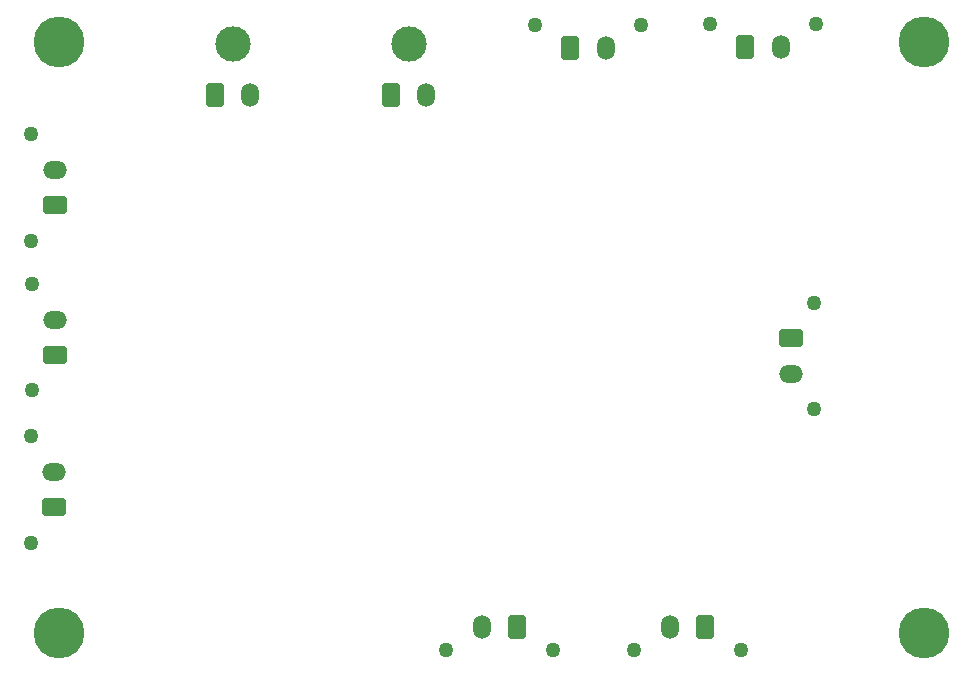
<source format=gbr>
%TF.GenerationSoftware,KiCad,Pcbnew,9.0.2*%
%TF.CreationDate,2025-06-10T12:21:51+08:00*%
%TF.ProjectId,BDU_TS,4244555f-5453-42e6-9b69-6361645f7063,rev?*%
%TF.SameCoordinates,Original*%
%TF.FileFunction,Soldermask,Bot*%
%TF.FilePolarity,Negative*%
%FSLAX46Y46*%
G04 Gerber Fmt 4.6, Leading zero omitted, Abs format (unit mm)*
G04 Created by KiCad (PCBNEW 9.0.2) date 2025-06-10 12:21:51*
%MOMM*%
%LPD*%
G01*
G04 APERTURE LIST*
G04 Aperture macros list*
%AMRoundRect*
0 Rectangle with rounded corners*
0 $1 Rounding radius*
0 $2 $3 $4 $5 $6 $7 $8 $9 X,Y pos of 4 corners*
0 Add a 4 corners polygon primitive as box body*
4,1,4,$2,$3,$4,$5,$6,$7,$8,$9,$2,$3,0*
0 Add four circle primitives for the rounded corners*
1,1,$1+$1,$2,$3*
1,1,$1+$1,$4,$5*
1,1,$1+$1,$6,$7*
1,1,$1+$1,$8,$9*
0 Add four rect primitives between the rounded corners*
20,1,$1+$1,$2,$3,$4,$5,0*
20,1,$1+$1,$4,$5,$6,$7,0*
20,1,$1+$1,$6,$7,$8,$9,0*
20,1,$1+$1,$8,$9,$2,$3,0*%
G04 Aperture macros list end*
%ADD10C,1.270000*%
%ADD11RoundRect,0.250001X0.759999X-0.499999X0.759999X0.499999X-0.759999X0.499999X-0.759999X-0.499999X0*%
%ADD12O,2.020000X1.500000*%
%ADD13C,3.000000*%
%ADD14RoundRect,0.250001X-0.499999X-0.759999X0.499999X-0.759999X0.499999X0.759999X-0.499999X0.759999X0*%
%ADD15O,1.500000X2.020000*%
%ADD16C,4.300000*%
%ADD17RoundRect,0.250001X0.499999X0.759999X-0.499999X0.759999X-0.499999X-0.759999X0.499999X-0.759999X0*%
%ADD18RoundRect,0.250001X-0.759999X0.499999X-0.759999X-0.499999X0.759999X-0.499999X0.759999X0.499999X0*%
G04 APERTURE END LIST*
D10*
%TO.C,J13*%
X82600000Y-117400000D03*
X82600000Y-108400000D03*
D11*
X84560000Y-114400000D03*
D12*
X84560000Y-111400000D03*
%TD*%
D13*
%TO.C,J5*%
X114600000Y-75180000D03*
D14*
X113100000Y-79500000D03*
D15*
X116100000Y-79500000D03*
%TD*%
D10*
%TO.C,R1*%
X82675000Y-104500000D03*
X82675000Y-95500000D03*
D11*
X84635000Y-101500000D03*
D12*
X84635000Y-98500000D03*
%TD*%
D10*
%TO.C,J9*%
X125300000Y-73540000D03*
X134300000Y-73540000D03*
D14*
X128300000Y-75500000D03*
D15*
X131300000Y-75500000D03*
%TD*%
D16*
%TO.C,H1*%
X85000000Y-75000000D03*
%TD*%
%TO.C,H4*%
X85000000Y-125000000D03*
%TD*%
D10*
%TO.C,J8*%
X82665000Y-91825000D03*
X82665000Y-82825000D03*
D11*
X84625000Y-88825000D03*
D12*
X84625000Y-85825000D03*
%TD*%
D16*
%TO.C,H2*%
X158250000Y-75000000D03*
%TD*%
D10*
%TO.C,J7*%
X140100000Y-73440000D03*
X149100000Y-73440000D03*
D14*
X143100000Y-75400000D03*
D15*
X146100000Y-75400000D03*
%TD*%
D16*
%TO.C,H5*%
X158250000Y-125000000D03*
%TD*%
D10*
%TO.C,J10*%
X126800000Y-126460000D03*
X117800000Y-126460000D03*
D17*
X123800000Y-124500000D03*
D15*
X120800000Y-124500000D03*
%TD*%
D10*
%TO.C,J12*%
X148960000Y-97100000D03*
X148960000Y-106100000D03*
D18*
X147000000Y-100100000D03*
D12*
X147000000Y-103100000D03*
%TD*%
D10*
%TO.C,J6*%
X142700000Y-126475000D03*
X133700000Y-126475000D03*
D17*
X139700000Y-124515000D03*
D15*
X136700000Y-124515000D03*
%TD*%
D13*
%TO.C,J11*%
X99700000Y-75180000D03*
D14*
X98200000Y-79500000D03*
D15*
X101200000Y-79500000D03*
%TD*%
M02*

</source>
